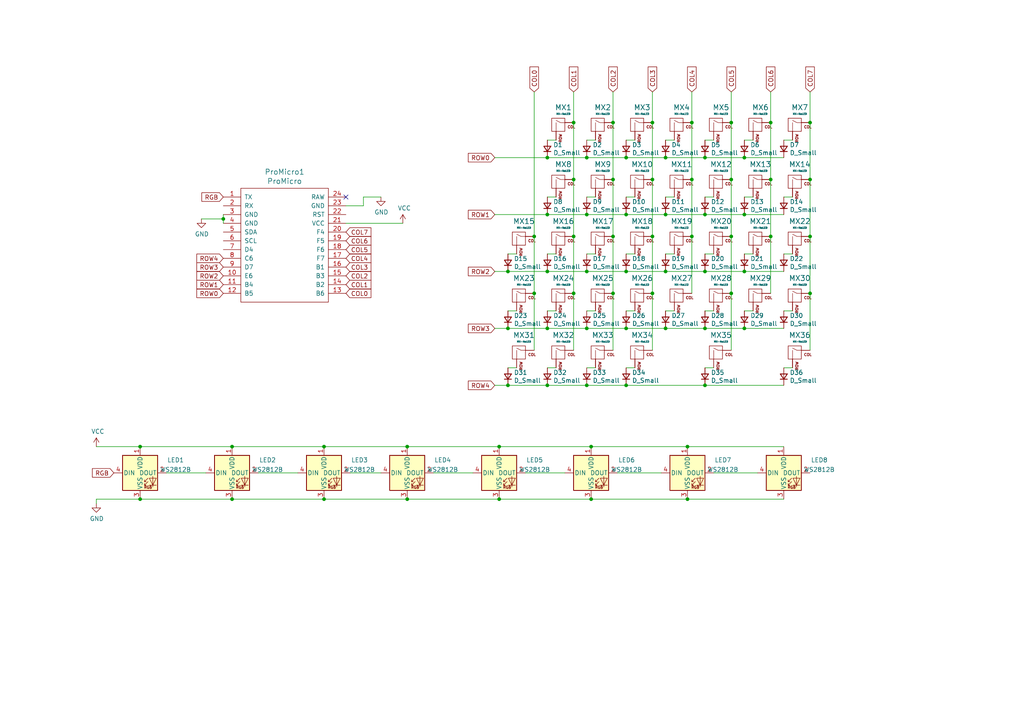
<source format=kicad_sch>
(kicad_sch (version 20211123) (generator eeschema)
  (paper "A4")
  (lib_symbols
    (symbol "Device:D_Small" (pin_numbers hide) (pin_names (offset 0.254) hide)
      (property "Reference" "D" (at -1.27 2.032 0))
      (property "Value" "D_Small" (at -3.81 -2.032 0))
      (symbol "D_Small_0_1"
        (polyline (pts (xy -0.762 -1.016) (xy -0.762 1.016)) (stroke (width 0.254)))
        (polyline (pts (xy -0.762 0) (xy 0.762 0)))
        (polyline (pts (xy 0.762 -1.016) (xy -0.762 0) (xy 0.762 1.016) (xy 0.762 -1.016)) (stroke (width 0.254)))
      )
      (symbol "D_Small_1_1"
        (pin passive line (at -2.54 0 0) (length 1.778) (name "K") (number "1"))
        (pin passive line (at 2.54 0 180) (length 1.778) (name "A") (number "2"))
      )
    )
    (symbol "LED:WS2812B" (pin_names (offset 0.254))
      (property "Reference" "D" (at 5.08 5.715 0))
      (property "Value" "WS2812B" (at 1.27 -5.715 0))
      (symbol "WS2812B_0_0"
        (text "RGB" (at 2.286 -4.191 0) (effects (font (size 0.762 0.762))))
      )
      (symbol "WS2812B_0_1"
        (polyline (pts (xy 1.27 -3.556) (xy 1.778 -3.556)))
        (polyline (pts (xy 1.27 -2.54) (xy 1.778 -2.54)))
        (polyline (pts (xy 4.699 -3.556) (xy 2.667 -3.556)))
        (polyline (pts (xy 2.286 -2.54) (xy 1.27 -3.556) (xy 1.27 -3.048)))
        (polyline (pts (xy 2.286 -1.524) (xy 1.27 -2.54) (xy 1.27 -2.032)))
        (polyline (pts (xy 3.683 -1.016) (xy 3.683 -3.556) (xy 3.683 -4.064)))
        (polyline (pts (xy 4.699 -1.524) (xy 2.667 -1.524) (xy 3.683 -3.556) (xy 4.699 -1.524)))
        (rectangle (start 5.08 5.08) (end -5.08 -5.08) (stroke (width 0.254)) (fill (type background)))
      )
      (symbol "WS2812B_1_1"
        (pin power_in line (at 0 7.62 270) (length 2.54) (name "VDD") (number "1"))
        (pin output line (at 7.62 0 180) (length 2.54) (name "DOUT") (number "2"))
        (pin power_in line (at 0 -7.62 90) (length 2.54) (name "VSS") (number "3"))
        (pin input line (at -7.62 0 0) (length 2.54) (name "DIN") (number "4"))
      )
    )
    (symbol "MX_Alps_Hybrid:MX-NoLED" (pin_names (offset 1.016))
      (property "Reference" "MX" (at -0.635 3.81 0))
      (property "Value" "MX-NoLED" (at -0.635 1.27 0))
      (symbol "MX-NoLED_0_0"
        (rectangle (start -2.54 2.54) (end 1.27 -1.27))
        (polyline (pts (xy -1.27 -1.27) (xy -1.27 1.27)) (stroke (width 0.127)))
        (polyline (pts (xy 1.27 1.27) (xy 0 1.27) (xy -1.27 1.905)) (stroke (width 0.127)))
        (text "COL" (at 3.175 0 0) (effects (font (size 0.762 0.762))))
        (text "ROW" (at 0 -1.905 900) (effects (font (size 0.762 0.762)) (justify right)))
      )
      (symbol "MX-NoLED_1_1"
        (pin passive line (at 3.81 1.27 180) (length 2.54) (name "COL") (number "1"))
        (pin passive line (at -1.27 -3.81 90) (length 2.54) (name "ROW") (number "2"))
      )
    )
    (symbol "power:GND" (power) (pin_names (offset 0))
      (property "Value" "GND" (at 0 -3.81 0))
      (symbol "GND_0_1"
        (polyline (pts (xy 0 0) (xy 0 -1.27) (xy 1.27 -1.27) (xy 0 -2.54) (xy -1.27 -1.27) (xy 0 -1.27)))
      )
      (symbol "GND_1_1"
        (pin power_in line (at 0 0 270) (length 0) hide (name "GND") (number "1"))
      )
    )
    (symbol "power:VCC" (power) (pin_names (offset 0))
      (property "Value" "VCC" (at 0 3.81 0))
      (symbol "VCC_0_1"
        (polyline (pts (xy -0.762 1.27) (xy 0 2.54)))
        (polyline (pts (xy 0 0) (xy 0 2.54)))
        (polyline (pts (xy 0 2.54) (xy 0.762 1.27)))
      )
      (symbol "VCC_1_1"
        (pin power_in line (at 0 0 90) (length 0) hide (name "VCC") (number "1"))
      )
    )
    (symbol "promicro:ProMicro" (pin_names (offset 1.016))
      (property "Reference" "U" (at 0 24.13 0))
      (property "Value" "ProMicro" (at 0 -13.97 0))
      (symbol "ProMicro_0_1"
        (rectangle (start -12.7 21.59) (end 12.7 -11.43))
      )
      (symbol "ProMicro_1_1"
        (pin bidirectional line (at -17.78 19.05 0) (length 5.08) (name "TX") (number "1"))
        (pin bidirectional line (at -17.78 -3.81 0) (length 5.08) (name "E6") (number "10"))
        (pin bidirectional line (at -17.78 -6.35 0) (length 5.08) (name "B4") (number "11"))
        (pin bidirectional line (at -17.78 -8.89 0) (length 5.08) (name "B5") (number "12"))
        (pin bidirectional line (at 17.78 -8.89 180) (length 5.08) (name "B6") (number "13"))
        (pin bidirectional line (at 17.78 -6.35 180) (length 5.08) (name "B2") (number "14"))
        (pin bidirectional line (at 17.78 -3.81 180) (length 5.08) (name "B3") (number "15"))
        (pin bidirectional line (at 17.78 -1.27 180) (length 5.08) (name "B1") (number "16"))
        (pin bidirectional line (at 17.78 1.27 180) (length 5.08) (name "F7") (number "17"))
        (pin bidirectional line (at 17.78 3.81 180) (length 5.08) (name "F6") (number "18"))
        (pin bidirectional line (at 17.78 6.35 180) (length 5.08) (name "F5") (number "19"))
        (pin bidirectional line (at -17.78 16.51 0) (length 5.08) (name "RX") (number "2"))
        (pin bidirectional line (at 17.78 8.89 180) (length 5.08) (name "F4") (number "20"))
        (pin power_in line (at 17.78 11.43 180) (length 5.08) (name "VCC") (number "21"))
        (pin input line (at 17.78 13.97 180) (length 5.08) (name "RST") (number "22"))
        (pin power_in line (at 17.78 16.51 180) (length 5.08) (name "GND") (number "23"))
        (pin power_out line (at 17.78 19.05 180) (length 5.08) (name "RAW") (number "24"))
        (pin power_in line (at -17.78 13.97 0) (length 5.08) (name "GND") (number "3"))
        (pin power_in line (at -17.78 11.43 0) (length 5.08) (name "GND") (number "4"))
        (pin bidirectional line (at -17.78 8.89 0) (length 5.08) (name "SDA") (number "5"))
        (pin bidirectional line (at -17.78 6.35 0) (length 5.08) (name "SCL") (number "6"))
        (pin bidirectional line (at -17.78 3.81 0) (length 5.08) (name "D4") (number "7"))
        (pin bidirectional line (at -17.78 1.27 0) (length 5.08) (name "C6") (number "8"))
        (pin bidirectional line (at -17.78 -1.27 0) (length 5.08) (name "D7") (number "9"))
      )
    )
  )
  (junction (at 64.77 63.5))
  (junction (at 170.18 62.23))
  (junction (at 158.75 78.74))
  (junction (at 170.18 45.72))
  (junction (at 204.47 111.76))
  (junction (at 200.66 68.58))
  (junction (at 215.9 78.74))
  (junction (at 223.52 35.56))
  (junction (at 234.95 52.07))
  (junction (at 170.18 95.25))
  (junction (at 166.37 35.56))
  (junction (at 181.61 62.23))
  (junction (at 158.75 62.23))
  (junction (at 144.78 129.54))
  (junction (at 223.52 52.07))
  (junction (at 40.64 129.54))
  (junction (at 181.61 45.72))
  (junction (at 118.11 144.78))
  (junction (at 204.47 78.74))
  (junction (at 204.47 62.23))
  (junction (at 171.45 144.78))
  (junction (at 158.75 45.72))
  (junction (at 204.47 95.25))
  (junction (at 181.61 78.74))
  (junction (at 177.8 52.07))
  (junction (at 147.32 111.76))
  (junction (at 166.37 68.58))
  (junction (at 193.04 62.23))
  (junction (at 158.75 111.76))
  (junction (at 118.11 129.54))
  (junction (at 200.66 52.07))
  (junction (at 212.09 68.58))
  (junction (at 212.09 52.07))
  (junction (at 193.04 45.72))
  (junction (at 181.61 95.25))
  (junction (at 177.8 85.09))
  (junction (at 170.18 78.74))
  (junction (at 177.8 35.56))
  (junction (at 93.98 144.78))
  (junction (at 67.31 129.54))
  (junction (at 147.32 78.74))
  (junction (at 171.45 129.54))
  (junction (at 189.23 52.07))
  (junction (at 181.61 111.76))
  (junction (at 40.64 144.78))
  (junction (at 144.78 144.78))
  (junction (at 215.9 62.23))
  (junction (at 234.95 35.56))
  (junction (at 200.66 35.56))
  (junction (at 93.98 129.54))
  (junction (at 166.37 85.09))
  (junction (at 215.9 45.72))
  (junction (at 189.23 35.56))
  (junction (at 67.31 144.78))
  (junction (at 223.52 68.58))
  (junction (at 177.8 68.58))
  (junction (at 154.94 85.09))
  (junction (at 199.39 144.78))
  (junction (at 234.95 68.58))
  (junction (at 147.32 95.25))
  (junction (at 215.9 95.25))
  (junction (at 154.94 68.58))
  (junction (at 158.75 95.25))
  (junction (at 234.95 85.09))
  (junction (at 199.39 129.54))
  (junction (at 204.47 45.72))
  (junction (at 189.23 85.09))
  (junction (at 193.04 95.25))
  (junction (at 170.18 111.76))
  (junction (at 189.23 68.58))
  (junction (at 212.09 85.09))
  (junction (at 193.04 78.74))
  (junction (at 166.37 52.07))
  (junction (at 212.09 35.56))
  (no_connect (at 100.33 57.15))
  (wire (pts (xy 166.37 52.07) (xy 166.37 35.56)))
  (wire (pts (xy 170.18 40.64) (xy 172.72 40.64)))
  (wire (pts (xy 200.66 68.58) (xy 200.66 52.07)))
  (wire (pts (xy 181.61 111.76) (xy 170.18 111.76)))
  (wire (pts (xy 147.32 73.66) (xy 149.86 73.66)))
  (wire (pts (xy 144.78 144.78) (xy 118.11 144.78)))
  (wire (pts (xy 27.94 144.78) (xy 27.94 146.05)))
  (wire (pts (xy 189.23 85.09) (xy 189.23 68.58)))
  (wire (pts (xy 204.47 90.17) (xy 207.01 90.17)))
  (wire (pts (xy 199.39 144.78) (xy 171.45 144.78)))
  (wire (pts (xy 234.95 52.07) (xy 234.95 35.56)))
  (wire (pts (xy 193.04 95.25) (xy 181.61 95.25)))
  (wire (pts (xy 100.33 59.69) (xy 105.41 59.69)))
  (wire (pts (xy 227.33 90.17) (xy 229.87 90.17)))
  (wire (pts (xy 204.47 111.76) (xy 181.61 111.76)))
  (wire (pts (xy 125.73 137.16) (xy 137.16 137.16)))
  (wire (pts (xy 204.47 106.68) (xy 207.01 106.68)))
  (wire (pts (xy 204.47 78.74) (xy 193.04 78.74)))
  (wire (pts (xy 227.33 111.76) (xy 204.47 111.76)))
  (wire (pts (xy 158.75 95.25) (xy 147.32 95.25)))
  (wire (pts (xy 171.45 129.54) (xy 199.39 129.54)))
  (wire (pts (xy 223.52 35.56) (xy 223.52 26.67)))
  (wire (pts (xy 215.9 90.17) (xy 218.44 90.17)))
  (wire (pts (xy 215.9 95.25) (xy 204.47 95.25)))
  (wire (pts (xy 166.37 101.6) (xy 166.37 85.09)))
  (wire (pts (xy 212.09 101.6) (xy 212.09 85.09)))
  (wire (pts (xy 227.33 78.74) (xy 215.9 78.74)))
  (wire (pts (xy 189.23 52.07) (xy 189.23 35.56)))
  (wire (pts (xy 170.18 106.68) (xy 172.72 106.68)))
  (wire (pts (xy 170.18 45.72) (xy 158.75 45.72)))
  (wire (pts (xy 181.61 106.68) (xy 184.15 106.68)))
  (wire (pts (xy 93.98 144.78) (xy 67.31 144.78)))
  (wire (pts (xy 147.32 90.17) (xy 149.86 90.17)))
  (wire (pts (xy 215.9 57.15) (xy 218.44 57.15)))
  (wire (pts (xy 170.18 90.17) (xy 172.72 90.17)))
  (wire (pts (xy 170.18 95.25) (xy 158.75 95.25)))
  (wire (pts (xy 189.23 101.6) (xy 189.23 85.09)))
  (wire (pts (xy 212.09 85.09) (xy 212.09 68.58)))
  (wire (pts (xy 105.41 57.15) (xy 110.49 57.15)))
  (wire (pts (xy 200.66 35.56) (xy 200.66 26.67)))
  (wire (pts (xy 166.37 68.58) (xy 166.37 52.07)))
  (wire (pts (xy 166.37 35.56) (xy 166.37 26.67)))
  (wire (pts (xy 181.61 57.15) (xy 184.15 57.15)))
  (wire (pts (xy 204.47 40.64) (xy 207.01 40.64)))
  (wire (pts (xy 234.95 35.56) (xy 234.95 26.67)))
  (wire (pts (xy 64.77 62.23) (xy 64.77 63.5)))
  (wire (pts (xy 204.47 95.25) (xy 193.04 95.25)))
  (wire (pts (xy 158.75 45.72) (xy 143.51 45.72)))
  (wire (pts (xy 177.8 85.09) (xy 177.8 68.58)))
  (wire (pts (xy 215.9 73.66) (xy 218.44 73.66)))
  (wire (pts (xy 67.31 144.78) (xy 40.64 144.78)))
  (wire (pts (xy 147.32 106.68) (xy 149.86 106.68)))
  (wire (pts (xy 93.98 129.54) (xy 118.11 129.54)))
  (wire (pts (xy 154.94 101.6) (xy 154.94 85.09)))
  (wire (pts (xy 105.41 59.69) (xy 105.41 57.15)))
  (wire (pts (xy 154.94 68.58) (xy 154.94 26.67)))
  (wire (pts (xy 64.77 63.5) (xy 64.77 64.77)))
  (wire (pts (xy 171.45 144.78) (xy 144.78 144.78)))
  (wire (pts (xy 215.9 62.23) (xy 204.47 62.23)))
  (wire (pts (xy 158.75 73.66) (xy 161.29 73.66)))
  (wire (pts (xy 193.04 57.15) (xy 195.58 57.15)))
  (wire (pts (xy 177.8 52.07) (xy 177.8 35.56)))
  (wire (pts (xy 189.23 68.58) (xy 189.23 52.07)))
  (wire (pts (xy 177.8 101.6) (xy 177.8 85.09)))
  (wire (pts (xy 223.52 68.58) (xy 223.52 52.07)))
  (wire (pts (xy 101.6 137.16) (xy 110.49 137.16)))
  (wire (pts (xy 158.75 90.17) (xy 161.29 90.17)))
  (wire (pts (xy 193.04 62.23) (xy 181.61 62.23)))
  (wire (pts (xy 147.32 95.25) (xy 143.51 95.25)))
  (wire (pts (xy 170.18 73.66) (xy 172.72 73.66)))
  (wire (pts (xy 74.93 137.16) (xy 86.36 137.16)))
  (wire (pts (xy 170.18 57.15) (xy 172.72 57.15)))
  (wire (pts (xy 234.95 68.58) (xy 234.95 52.07)))
  (wire (pts (xy 227.33 62.23) (xy 215.9 62.23)))
  (wire (pts (xy 158.75 40.64) (xy 161.29 40.64)))
  (wire (pts (xy 193.04 90.17) (xy 195.58 90.17)))
  (wire (pts (xy 207.01 137.16) (xy 219.71 137.16)))
  (wire (pts (xy 177.8 68.58) (xy 177.8 52.07)))
  (wire (pts (xy 158.75 62.23) (xy 143.51 62.23)))
  (wire (pts (xy 193.04 40.64) (xy 195.58 40.64)))
  (wire (pts (xy 204.47 57.15) (xy 207.01 57.15)))
  (wire (pts (xy 215.9 78.74) (xy 204.47 78.74)))
  (wire (pts (xy 227.33 57.15) (xy 229.87 57.15)))
  (wire (pts (xy 181.61 90.17) (xy 184.15 90.17)))
  (wire (pts (xy 181.61 45.72) (xy 170.18 45.72)))
  (wire (pts (xy 40.64 144.78) (xy 27.94 144.78)))
  (wire (pts (xy 67.31 129.54) (xy 93.98 129.54)))
  (wire (pts (xy 223.52 85.09) (xy 223.52 68.58)))
  (wire (pts (xy 193.04 78.74) (xy 181.61 78.74)))
  (wire (pts (xy 147.32 78.74) (xy 143.51 78.74)))
  (wire (pts (xy 212.09 68.58) (xy 212.09 52.07)))
  (wire (pts (xy 40.64 129.54) (xy 67.31 129.54)))
  (wire (pts (xy 193.04 45.72) (xy 181.61 45.72)))
  (wire (pts (xy 147.32 111.76) (xy 143.51 111.76)))
  (wire (pts (xy 223.52 52.07) (xy 223.52 35.56)))
  (wire (pts (xy 170.18 78.74) (xy 158.75 78.74)))
  (wire (pts (xy 154.94 85.09) (xy 154.94 68.58)))
  (wire (pts (xy 170.18 111.76) (xy 158.75 111.76)))
  (wire (pts (xy 215.9 40.64) (xy 218.44 40.64)))
  (wire (pts (xy 234.95 101.6) (xy 234.95 85.09)))
  (wire (pts (xy 158.75 57.15) (xy 161.29 57.15)))
  (wire (pts (xy 100.33 64.77) (xy 116.84 64.77)))
  (wire (pts (xy 227.33 106.68) (xy 229.87 106.68)))
  (wire (pts (xy 64.77 63.5) (xy 58.42 63.5)))
  (wire (pts (xy 215.9 45.72) (xy 204.47 45.72)))
  (wire (pts (xy 227.33 144.78) (xy 199.39 144.78)))
  (wire (pts (xy 181.61 73.66) (xy 184.15 73.66)))
  (wire (pts (xy 158.75 111.76) (xy 147.32 111.76)))
  (wire (pts (xy 189.23 35.56) (xy 189.23 26.67)))
  (wire (pts (xy 227.33 73.66) (xy 229.87 73.66)))
  (wire (pts (xy 118.11 129.54) (xy 144.78 129.54)))
  (wire (pts (xy 227.33 40.64) (xy 229.87 40.64)))
  (wire (pts (xy 170.18 62.23) (xy 158.75 62.23)))
  (wire (pts (xy 212.09 35.56) (xy 212.09 26.67)))
  (wire (pts (xy 234.95 85.09) (xy 234.95 68.58)))
  (wire (pts (xy 144.78 129.54) (xy 171.45 129.54)))
  (wire (pts (xy 227.33 45.72) (xy 215.9 45.72)))
  (wire (pts (xy 193.04 73.66) (xy 195.58 73.66)))
  (wire (pts (xy 200.66 85.09) (xy 200.66 68.58)))
  (wire (pts (xy 158.75 78.74) (xy 147.32 78.74)))
  (wire (pts (xy 179.07 137.16) (xy 191.77 137.16)))
  (wire (pts (xy 204.47 73.66) (xy 207.01 73.66)))
  (wire (pts (xy 27.94 129.54) (xy 40.64 129.54)))
  (wire (pts (xy 212.09 52.07) (xy 212.09 35.56)))
  (wire (pts (xy 200.66 52.07) (xy 200.66 35.56)))
  (wire (pts (xy 181.61 78.74) (xy 170.18 78.74)))
  (wire (pts (xy 227.33 95.25) (xy 215.9 95.25)))
  (wire (pts (xy 204.47 62.23) (xy 193.04 62.23)))
  (wire (pts (xy 158.75 106.68) (xy 161.29 106.68)))
  (wire (pts (xy 152.4 137.16) (xy 163.83 137.16)))
  (wire (pts (xy 181.61 62.23) (xy 170.18 62.23)))
  (wire (pts (xy 177.8 35.56) (xy 177.8 26.67)))
  (wire (pts (xy 48.26 137.16) (xy 59.69 137.16)))
  (wire (pts (xy 118.11 144.78) (xy 93.98 144.78)))
  (wire (pts (xy 181.61 95.25) (xy 170.18 95.25)))
  (wire (pts (xy 199.39 129.54) (xy 227.33 129.54)))
  (wire (pts (xy 181.61 40.64) (xy 184.15 40.64)))
  (wire (pts (xy 204.47 45.72) (xy 193.04 45.72)))
  (wire (pts (xy 166.37 85.09) (xy 166.37 68.58)))
  (global_label "COL2" (shape input) (at 177.8 26.67 90) (property "Intersheet References" "${INTERSHEET_REFS}" (effects hide)))
  (global_label "RGB" (shape input) (at 64.77 57.15 180) (property "Intersheet References" "${INTERSHEET_REFS}" (effects hide)))
  (global_label "COL0" (shape input) (at 154.94 26.67 90) (property "Intersheet References" "${INTERSHEET_REFS}" (effects hide)))
  (global_label "ROW3" (shape input) (at 143.51 95.25 180) (property "Intersheet References" "${INTERSHEET_REFS}" (effects hide)))
  (global_label "ROW4" (shape input) (at 64.77 74.93 180) (property "Intersheet References" "${INTERSHEET_REFS}" (effects hide)))
  (global_label "COL6" (shape input) (at 223.52 26.67 90) (property "Intersheet References" "${INTERSHEET_REFS}" (effects hide)))
  (global_label "COL7" (shape input) (at 100.33 67.31 0) (property "Intersheet References" "${INTERSHEET_REFS}" (effects hide)))
  (global_label "COL4" (shape input) (at 200.66 26.67 90) (property "Intersheet References" "${INTERSHEET_REFS}" (effects hide)))
  (global_label "ROW4" (shape input) (at 143.51 111.76 180) (property "Intersheet References" "${INTERSHEET_REFS}" (effects hide)))
  (global_label "COL4" (shape input) (at 100.33 74.93 0) (property "Intersheet References" "${INTERSHEET_REFS}" (effects hide)))
  (global_label "ROW1" (shape input) (at 64.77 82.55 180) (property "Intersheet References" "${INTERSHEET_REFS}" (effects hide)))
  (global_label "RGB" (shape input) (at 33.02 137.16 180) (property "Intersheet References" "${INTERSHEET_REFS}" (effects hide)))
  (global_label "COL1" (shape input) (at 100.33 82.55 0) (property "Intersheet References" "${INTERSHEET_REFS}" (effects hide)))
  (global_label "ROW1" (shape input) (at 143.51 62.23 180) (property "Intersheet References" "${INTERSHEET_REFS}" (effects hide)))
  (global_label "COL3" (shape input) (at 100.33 77.47 0) (property "Intersheet References" "${INTERSHEET_REFS}" (effects hide)))
  (global_label "COL5" (shape input) (at 212.09 26.67 90) (property "Intersheet References" "${INTERSHEET_REFS}" (effects hide)))
  (global_label "ROW3" (shape input) (at 64.77 77.47 180) (property "Intersheet References" "${INTERSHEET_REFS}" (effects hide)))
  (global_label "ROW0" (shape input) (at 143.51 45.72 180) (property "Intersheet References" "${INTERSHEET_REFS}" (effects hide)))
  (global_label "COL7" (shape input) (at 234.95 26.67 90) (property "Intersheet References" "${INTERSHEET_REFS}" (effects hide)))
  (global_label "COL3" (shape input) (at 189.23 26.67 90) (property "Intersheet References" "${INTERSHEET_REFS}" (effects hide)))
  (global_label "COL1" (shape input) (at 166.37 26.67 90) (property "Intersheet References" "${INTERSHEET_REFS}" (effects hide)))
  (global_label "COL2" (shape input) (at 100.33 80.01 0) (property "Intersheet References" "${INTERSHEET_REFS}" (effects hide)))
  (global_label "COL0" (shape input) (at 100.33 85.09 0) (property "Intersheet References" "${INTERSHEET_REFS}" (effects hide)))
  (global_label "ROW0" (shape input) (at 64.77 85.09 180) (property "Intersheet References" "${INTERSHEET_REFS}" (effects hide)))
  (global_label "COL6" (shape input) (at 100.33 69.85 0) (property "Intersheet References" "${INTERSHEET_REFS}" (effects hide)))
  (global_label "ROW2" (shape input) (at 64.77 80.01 180) (property "Intersheet References" "${INTERSHEET_REFS}" (effects hide)))
  (global_label "ROW2" (shape input) (at 143.51 78.74 180) (property "Intersheet References" "${INTERSHEET_REFS}" (effects hide)))
  (global_label "COL5" (shape input) (at 100.33 72.39 0) (property "Intersheet References" "${INTERSHEET_REFS}" (effects hide)))
  (symbol (lib_id "power:VCC") (at 116.84 64.77 0) (unit 1)
    (property "Reference" "#PWR03" (effects hide))
    (property "Value" "VCC" (at 117.2718 60.3758 0))
  )
  (symbol (lib_id "power:GND") (at 110.49 57.15 0) (unit 1)
    (property "Reference" "#PWR01" (effects hide))
    (property "Value" "GND" (at 110.617 61.5442 0))
  )
  (symbol (lib_id "power:GND") (at 58.42 63.5 0) (unit 1)
    (property "Reference" "#PWR02" (effects hide))
    (property "Value" "GND" (at 58.547 67.8942 0))
  )
  (symbol (lib_id "MX_Alps_Hybrid:MX-NoLED") (at 151.13 69.85 0) (unit 1)
    (property "Reference" "MX15" (at 151.9682 64.1858 0) (effects (font (size 1.524 1.524))))
    (property "Value" "MX-NoLED" (at 151.9682 66.0654 0) (effects (font (size 0.508 0.508))))
    (property "Footprint" "MX_Only:MXOnly-1U-Reversible-NoLED" (effects hide))
  )
  (symbol (lib_id "Device:D_Small") (at 147.32 76.2 90) (unit 1)
    (property "Reference" "D15" (at 149.0472 75.0316 90) (effects (justify right)))
    (property "Value" "D_Small" (at 149.0472 77.343 90) (effects (justify right)))
    (property "Footprint" "Diode_THT:D_DO-35_SOD27_P7.62mm_Horizontal_Reversible" (effects hide))
  )
  (symbol (lib_id "MX_Alps_Hybrid:MX-NoLED") (at 162.56 36.83 0) (unit 1)
    (property "Reference" "MX1" (at 163.3982 31.1658 0) (effects (font (size 1.524 1.524))))
    (property "Value" "MX-NoLED" (at 163.3982 33.0454 0) (effects (font (size 0.508 0.508))))
    (property "Footprint" "MX_Only:MXOnly-1.25U-Reversible-NoLED" (effects hide))
  )
  (symbol (lib_id "Device:D_Small") (at 158.75 43.18 90) (unit 1)
    (property "Reference" "D1" (at 160.4772 42.0116 90) (effects (justify right)))
    (property "Value" "D_Small" (at 160.4772 44.323 90) (effects (justify right)))
    (property "Footprint" "Diode_THT:D_DO-35_SOD27_P7.62mm_Horizontal_Reversible" (effects hide))
  )
  (symbol (lib_id "MX_Alps_Hybrid:MX-NoLED") (at 173.99 36.83 0) (unit 1)
    (property "Reference" "MX2" (at 174.8282 31.1658 0) (effects (font (size 1.524 1.524))))
    (property "Value" "MX-NoLED" (at 174.8282 33.0454 0) (effects (font (size 0.508 0.508))))
    (property "Footprint" "MX_Only:MXOnly-1U-Reversible-NoLED" (effects hide))
  )
  (symbol (lib_id "Device:D_Small") (at 170.18 43.18 90) (unit 1)
    (property "Reference" "D2" (at 171.9072 42.0116 90) (effects (justify right)))
    (property "Value" "D_Small" (at 171.9072 44.323 90) (effects (justify right)))
    (property "Footprint" "Diode_THT:D_DO-35_SOD27_P7.62mm_Horizontal_Reversible" (effects hide))
  )
  (symbol (lib_id "MX_Alps_Hybrid:MX-NoLED") (at 185.42 36.83 0) (unit 1)
    (property "Reference" "MX3" (at 186.2582 31.1658 0) (effects (font (size 1.524 1.524))))
    (property "Value" "MX-NoLED" (at 186.2582 33.0454 0) (effects (font (size 0.508 0.508))))
    (property "Footprint" "MX_Only:MXOnly-1U-Reversible-NoLED" (effects hide))
  )
  (symbol (lib_id "Device:D_Small") (at 181.61 43.18 90) (unit 1)
    (property "Reference" "D3" (at 183.3372 42.0116 90) (effects (justify right)))
    (property "Value" "D_Small" (at 183.3372 44.323 90) (effects (justify right)))
    (property "Footprint" "Diode_THT:D_DO-35_SOD27_P7.62mm_Horizontal_Reversible" (effects hide))
  )
  (symbol (lib_id "MX_Alps_Hybrid:MX-NoLED") (at 196.85 36.83 0) (unit 1)
    (property "Reference" "MX4" (at 197.6882 31.1658 0) (effects (font (size 1.524 1.524))))
    (property "Value" "MX-NoLED" (at 197.6882 33.0454 0) (effects (font (size 0.508 0.508))))
    (property "Footprint" "MX_Only:MXOnly-1U-Reversible-NoLED" (effects hide))
  )
  (symbol (lib_id "Device:D_Small") (at 193.04 43.18 90) (unit 1)
    (property "Reference" "D4" (at 194.7672 42.0116 90) (effects (justify right)))
    (property "Value" "D_Small" (at 194.7672 44.323 90) (effects (justify right)))
    (property "Footprint" "Diode_THT:D_DO-35_SOD27_P7.62mm_Horizontal_Reversible" (effects hide))
  )
  (symbol (lib_id "MX_Alps_Hybrid:MX-NoLED") (at 208.28 36.83 0) (unit 1)
    (property "Reference" "MX5" (at 209.1182 31.1658 0) (effects (font (size 1.524 1.524))))
    (property "Value" "MX-NoLED" (at 209.1182 33.0454 0) (effects (font (size 0.508 0.508))))
    (property "Footprint" "MX_Only:MXOnly-1U-Reversible-NoLED" (effects hide))
  )
  (symbol (lib_id "Device:D_Small") (at 204.47 43.18 90) (unit 1)
    (property "Reference" "D5" (at 206.1972 42.0116 90) (effects (justify right)))
    (property "Value" "D_Small" (at 206.1972 44.323 90) (effects (justify right)))
    (property "Footprint" "Diode_THT:D_DO-35_SOD27_P7.62mm_Horizontal_Reversible" (effects hide))
  )
  (symbol (lib_id "MX_Alps_Hybrid:MX-NoLED") (at 219.71 36.83 0) (unit 1)
    (property "Reference" "MX6" (at 220.5482 31.1658 0) (effects (font (size 1.524 1.524))))
    (property "Value" "MX-NoLED" (at 220.5482 33.0454 0) (effects (font (size 0.508 0.508))))
    (property "Footprint" "MX_Only:MXOnly-1U-Reversible-NoLED" (effects hide))
  )
  (symbol (lib_id "Device:D_Small") (at 215.9 43.18 90) (unit 1)
    (property "Reference" "D6" (at 217.6272 42.0116 90) (effects (justify right)))
    (property "Value" "D_Small" (at 217.6272 44.323 90) (effects (justify right)))
    (property "Footprint" "Diode_THT:D_DO-35_SOD27_P7.62mm_Horizontal_Reversible" (effects hide))
  )
  (symbol (lib_id "MX_Alps_Hybrid:MX-NoLED") (at 231.14 36.83 0) (unit 1)
    (property "Reference" "MX7" (at 231.9782 31.1658 0) (effects (font (size 1.524 1.524))))
    (property "Value" "MX-NoLED" (at 231.9782 33.0454 0) (effects (font (size 0.508 0.508))))
    (property "Footprint" "MX_Only:MXOnly-1U-Reversible-NoLED" (effects hide))
  )
  (symbol (lib_id "Device:D_Small") (at 227.33 43.18 90) (unit 1)
    (property "Reference" "D7" (at 229.0572 42.0116 90) (effects (justify right)))
    (property "Value" "D_Small" (at 229.0572 44.323 90) (effects (justify right)))
    (property "Footprint" "Diode_THT:D_DO-35_SOD27_P7.62mm_Horizontal_Reversible" (effects hide))
  )
  (symbol (lib_id "MX_Alps_Hybrid:MX-NoLED") (at 162.56 53.34 0) (unit 1)
    (property "Reference" "MX8" (at 163.3982 47.6758 0) (effects (font (size 1.524 1.524))))
    (property "Value" "MX-NoLED" (at 163.3982 49.5554 0) (effects (font (size 0.508 0.508))))
    (property "Footprint" "MX_Only:MXOnly-1.25U-Reversible-NoLED" (effects hide))
  )
  (symbol (lib_id "Device:D_Small") (at 158.75 59.69 90) (unit 1)
    (property "Reference" "D8" (at 160.4772 58.5216 90) (effects (justify right)))
    (property "Value" "D_Small" (at 160.4772 60.833 90) (effects (justify right)))
    (property "Footprint" "Diode_THT:D_DO-35_SOD27_P7.62mm_Horizontal_Reversible" (effects hide))
  )
  (symbol (lib_id "MX_Alps_Hybrid:MX-NoLED") (at 173.99 53.34 0) (unit 1)
    (property "Reference" "MX9" (at 174.8282 47.6758 0) (effects (font (size 1.524 1.524))))
    (property "Value" "MX-NoLED" (at 174.8282 49.5554 0) (effects (font (size 0.508 0.508))))
    (property "Footprint" "MX_Only:MXOnly-1U-Reversible-NoLED" (effects hide))
  )
  (symbol (lib_id "Device:D_Small") (at 170.18 59.69 90) (unit 1)
    (property "Reference" "D9" (at 171.9072 58.5216 90) (effects (justify right)))
    (property "Value" "D_Small" (at 171.9072 60.833 90) (effects (justify right)))
    (property "Footprint" "Diode_THT:D_DO-35_SOD27_P7.62mm_Horizontal_Reversible" (effects hide))
  )
  (symbol (lib_id "MX_Alps_Hybrid:MX-NoLED") (at 185.42 53.34 0) (unit 1)
    (property "Reference" "MX10" (at 186.2582 47.6758 0) (effects (font (size 1.524 1.524))))
    (property "Value" "MX-NoLED" (at 186.2582 49.5554 0) (effects (font (size 0.508 0.508))))
    (property "Footprint" "MX_Only:MXOnly-1U-Reversible-NoLED" (effects hide))
  )
  (symbol (lib_id "Device:D_Small") (at 181.61 59.69 90) (unit 1)
    (property "Reference" "D10" (at 183.3372 58.5216 90) (effects (justify right)))
    (property "Value" "D_Small" (at 183.3372 60.833 90) (effects (justify right)))
    (property "Footprint" "Diode_THT:D_DO-35_SOD27_P7.62mm_Horizontal_Reversible" (effects hide))
  )
  (symbol (lib_id "MX_Alps_Hybrid:MX-NoLED") (at 196.85 53.34 0) (unit 1)
    (property "Reference" "MX11" (at 197.6882 47.6758 0) (effects (font (size 1.524 1.524))))
    (property "Value" "MX-NoLED" (at 197.6882 49.5554 0) (effects (font (size 0.508 0.508))))
    (property "Footprint" "MX_Only:MXOnly-1U-Reversible-NoLED" (effects hide))
  )
  (symbol (lib_id "Device:D_Small") (at 193.04 59.69 90) (unit 1)
    (property "Reference" "D11" (at 194.7672 58.5216 90) (effects (justify right)))
    (property "Value" "D_Small" (at 194.7672 60.833 90) (effects (justify right)))
    (property "Footprint" "Diode_THT:D_DO-35_SOD27_P7.62mm_Horizontal_Reversible" (effects hide))
  )
  (symbol (lib_id "MX_Alps_Hybrid:MX-NoLED") (at 208.28 53.34 0) (unit 1)
    (property "Reference" "MX12" (at 209.1182 47.6758 0) (effects (font (size 1.524 1.524))))
    (property "Value" "MX-NoLED" (at 209.1182 49.5554 0) (effects (font (size 0.508 0.508))))
    (property "Footprint" "MX_Only:MXOnly-1U-Reversible-NoLED" (effects hide))
  )
  (symbol (lib_id "Device:D_Small") (at 204.47 59.69 90) (unit 1)
    (property "Reference" "D12" (at 206.1972 58.5216 90) (effects (justify right)))
    (property "Value" "D_Small" (at 206.1972 60.833 90) (effects (justify right)))
    (property "Footprint" "Diode_THT:D_DO-35_SOD27_P7.62mm_Horizontal_Reversible" (effects hide))
  )
  (symbol (lib_id "MX_Alps_Hybrid:MX-NoLED") (at 219.71 53.34 0) (unit 1)
    (property "Reference" "MX13" (at 220.5482 47.6758 0) (effects (font (size 1.524 1.524))))
    (property "Value" "MX-NoLED" (at 220.5482 49.5554 0) (effects (font (size 0.508 0.508))))
    (property "Footprint" "MX_Only:MXOnly-1U-Reversible-NoLED" (effects hide))
  )
  (symbol (lib_id "Device:D_Small") (at 215.9 59.69 90) (unit 1)
    (property "Reference" "D13" (at 217.6272 58.5216 90) (effects (justify right)))
    (property "Value" "D_Small" (at 217.6272 60.833 90) (effects (justify right)))
    (property "Footprint" "Diode_THT:D_DO-35_SOD27_P7.62mm_Horizontal_Reversible" (effects hide))
  )
  (symbol (lib_id "MX_Alps_Hybrid:MX-NoLED") (at 231.14 53.34 0) (unit 1)
    (property "Reference" "MX14" (at 231.9782 47.6758 0) (effects (font (size 1.524 1.524))))
    (property "Value" "MX-NoLED" (at 231.9782 49.5554 0) (effects (font (size 0.508 0.508))))
    (property "Footprint" "MX_Only:MXOnly-1U-Reversible-NoLED" (effects hide))
  )
  (symbol (lib_id "Device:D_Small") (at 227.33 59.69 90) (unit 1)
    (property "Reference" "D14" (at 229.0572 58.5216 90) (effects (justify right)))
    (property "Value" "D_Small" (at 229.0572 60.833 90) (effects (justify right)))
    (property "Footprint" "Diode_THT:D_DO-35_SOD27_P7.62mm_Horizontal_Reversible" (effects hide))
  )
  (symbol (lib_id "promicro:ProMicro") (at 82.55 76.2 0) (unit 1)
    (property "Reference" "ProMicro1" (at 82.55 49.8602 0) (effects (font (size 1.524 1.524))))
    (property "Value" "ProMicro" (at 82.55 52.5526 0) (effects (font (size 1.524 1.524))))
    (property "Footprint" "promicro:ProMicro" (effects hide))
  )
  (symbol (lib_id "MX_Alps_Hybrid:MX-NoLED") (at 162.56 69.85 0) (unit 1)
    (property "Reference" "MX16" (at 163.3982 64.1858 0) (effects (font (size 1.524 1.524))))
    (property "Value" "MX-NoLED" (at 163.3982 66.0654 0) (effects (font (size 0.508 0.508))))
    (property "Footprint" "MX_Only:MXOnly-1.25U-Reversible-NoLED" (effects hide))
  )
  (symbol (lib_id "Device:D_Small") (at 158.75 76.2 90) (unit 1)
    (property "Reference" "D16" (at 160.4772 75.0316 90) (effects (justify right)))
    (property "Value" "D_Small" (at 160.4772 77.343 90) (effects (justify right)))
    (property "Footprint" "Diode_THT:D_DO-35_SOD27_P7.62mm_Horizontal_Reversible" (effects hide))
  )
  (symbol (lib_id "MX_Alps_Hybrid:MX-NoLED") (at 173.99 69.85 0) (unit 1)
    (property "Reference" "MX17" (at 174.8282 64.1858 0) (effects (font (size 1.524 1.524))))
    (property "Value" "MX-NoLED" (at 174.8282 66.0654 0) (effects (font (size 0.508 0.508))))
    (property "Footprint" "MX_Only:MXOnly-1U-Reversible-NoLED" (effects hide))
  )
  (symbol (lib_id "Device:D_Small") (at 170.18 76.2 90) (unit 1)
    (property "Reference" "D17" (at 171.9072 75.0316 90) (effects (justify right)))
    (property "Value" "D_Small" (at 171.9072 77.343 90) (effects (justify right)))
    (property "Footprint" "Diode_THT:D_DO-35_SOD27_P7.62mm_Horizontal_Reversible" (effects hide))
  )
  (symbol (lib_id "MX_Alps_Hybrid:MX-NoLED") (at 185.42 69.85 0) (unit 1)
    (property "Reference" "MX18" (at 186.2582 64.1858 0) (effects (font (size 1.524 1.524))))
    (property "Value" "MX-NoLED" (at 186.2582 66.0654 0) (effects (font (size 0.508 0.508))))
    (property "Footprint" "MX_Only:MXOnly-1U-Reversible-NoLED" (effects hide))
  )
  (symbol (lib_id "Device:D_Small") (at 181.61 76.2 90) (unit 1)
    (property "Reference" "D18" (at 183.3372 75.0316 90) (effects (justify right)))
    (property "Value" "D_Small" (at 183.3372 77.343 90) (effects (justify right)))
    (property "Footprint" "Diode_THT:D_DO-35_SOD27_P7.62mm_Horizontal_Reversible" (effects hide))
  )
  (symbol (lib_id "MX_Alps_Hybrid:MX-NoLED") (at 196.85 69.85 0) (unit 1)
    (property "Reference" "MX19" (at 197.6882 64.1858 0) (effects (font (size 1.524 1.524))))
    (property "Value" "MX-NoLED" (at 197.6882 66.0654 0) (effects (font (size 0.508 0.508))))
    (property "Footprint" "MX_Only:MXOnly-1U-Reversible-NoLED" (effects hide))
  )
  (symbol (lib_id "Device:D_Small") (at 193.04 76.2 90) (unit 1)
    (property "Reference" "D19" (at 194.7672 75.0316 90) (effects (justify right)))
    (property "Value" "D_Small" (at 194.7672 77.343 90) (effects (justify right)))
    (property "Footprint" "Diode_THT:D_DO-35_SOD27_P7.62mm_Horizontal_Reversible" (effects hide))
  )
  (symbol (lib_id "MX_Alps_Hybrid:MX-NoLED") (at 208.28 69.85 0) (unit 1)
    (property "Reference" "MX20" (at 209.1182 64.1858 0) (effects (font (size 1.524 1.524))))
    (property "Value" "MX-NoLED" (at 209.1182 66.0654 0) (effects (font (size 0.508 0.508))))
    (property "Footprint" "MX_Only:MXOnly-1U-Reversible-NoLED" (effects hide))
  )
  (symbol (lib_id "Device:D_Small") (at 204.47 76.2 90) (unit 1)
    (property "Reference" "D20" (at 206.1972 75.0316 90) (effects (justify right)))
    (property "Value" "D_Small" (at 206.1972 77.343 90) (effects (justify right)))
    (property "Footprint" "Diode_THT:D_DO-35_SOD27_P7.62mm_Horizontal_Reversible" (effects hide))
  )
  (symbol (lib_id "MX_Alps_Hybrid:MX-NoLED") (at 219.71 69.85 0) (unit 1)
    (property "Reference" "MX21" (at 220.5482 64.1858 0) (effects (font (size 1.524 1.524))))
    (property "Value" "MX-NoLED" (at 220.5482 66.0654 0) (effects (font (size 0.508 0.508))))
    (property "Footprint" "MX_Only:MXOnly-1U-Reversible-NoLED" (effects hide))
  )
  (symbol (lib_id "Device:D_Small") (at 215.9 76.2 90) (unit 1)
    (property "Reference" "D21" (at 217.6272 75.0316 90) (effects (justify right)))
    (property "Value" "D_Small" (at 217.6272 77.343 90) (effects (justify right)))
    (property "Footprint" "Diode_THT:D_DO-35_SOD27_P7.62mm_Horizontal_Reversible" (effects hide))
  )
  (symbol (lib_id "MX_Alps_Hybrid:MX-NoLED") (at 231.14 69.85 0) (unit 1)
    (property "Reference" "MX22" (at 231.9782 64.1858 0) (effects (font (size 1.524 1.524))))
    (property "Value" "MX-NoLED" (at 231.9782 66.0654 0) (effects (font (size 0.508 0.508))))
    (property "Footprint" "MX_Only:MXOnly-1U-Reversible-NoLED" (effects hide))
  )
  (symbol (lib_id "Device:D_Small") (at 227.33 76.2 90) (unit 1)
    (property "Reference" "D22" (at 229.0572 75.0316 90) (effects (justify right)))
    (property "Value" "D_Small" (at 229.0572 77.343 90) (effects (justify right)))
    (property "Footprint" "Diode_THT:D_DO-35_SOD27_P7.62mm_Horizontal_Reversible" (effects hide))
  )
  (symbol (lib_id "MX_Alps_Hybrid:MX-NoLED") (at 162.56 86.36 0) (unit 1)
    (property "Reference" "MX24" (at 163.3982 80.6958 0) (effects (font (size 1.524 1.524))))
    (property "Value" "MX-NoLED" (at 163.3982 82.5754 0) (effects (font (size 0.508 0.508))))
    (property "Footprint" "MX_Only:MXOnly-1.25U-Reversible-NoLED" (effects hide))
  )
  (symbol (lib_id "Device:D_Small") (at 158.75 92.71 90) (unit 1)
    (property "Reference" "D24" (at 160.4772 91.5416 90) (effects (justify right)))
    (property "Value" "D_Small" (at 160.4772 93.853 90) (effects (justify right)))
    (property "Footprint" "Diode_THT:D_DO-35_SOD27_P7.62mm_Horizontal_Reversible" (effects hide))
  )
  (symbol (lib_id "MX_Alps_Hybrid:MX-NoLED") (at 173.99 86.36 0) (unit 1)
    (property "Reference" "MX25" (at 174.8282 80.6958 0) (effects (font (size 1.524 1.524))))
    (property "Value" "MX-NoLED" (at 174.8282 82.5754 0) (effects (font (size 0.508 0.508))))
    (property "Footprint" "MX_Only:MXOnly-1U-Reversible-NoLED" (effects hide))
  )
  (symbol (lib_id "Device:D_Small") (at 170.18 92.71 90) (unit 1)
    (property "Reference" "D25" (at 171.9072 91.5416 90) (effects (justify right)))
    (property "Value" "D_Small" (at 171.9072 93.853 90) (effects (justify right)))
    (property "Footprint" "Diode_THT:D_DO-35_SOD27_P7.62mm_Horizontal_Reversible" (effects hide))
  )
  (symbol (lib_id "MX_Alps_Hybrid:MX-NoLED") (at 185.42 86.36 0) (unit 1)
    (property "Reference" "MX26" (at 186.2582 80.6958 0) (effects (font (size 1.524 1.524))))
    (property "Value" "MX-NoLED" (at 186.2582 82.5754 0) (effects (font (size 0.508 0.508))))
    (property "Footprint" "MX_Only:MXOnly-1U-Reversible-NoLED" (effects hide))
  )
  (symbol (lib_id "Device:D_Small") (at 181.61 92.71 90) (unit 1)
    (property "Reference" "D26" (at 183.3372 91.5416 90) (effects (justify right)))
    (property "Value" "D_Small" (at 183.3372 93.853 90) (effects (justify right)))
    (property "Footprint" "Diode_THT:D_DO-35_SOD27_P7.62mm_Horizontal_Reversible" (effects hide))
  )
  (symbol (lib_id "MX_Alps_Hybrid:MX-NoLED") (at 196.85 86.36 0) (unit 1)
    (property "Reference" "MX27" (at 197.6882 80.6958 0) (effects (font (size 1.524 1.524))))
    (property "Value" "MX-NoLED" (at 197.6882 82.5754 0) (effects (font (size 0.508 0.508))))
    (property "Footprint" "MX_Only:MXOnly-1U-Reversible-NoLED" (effects hide))
  )
  (symbol (lib_id "Device:D_Small") (at 193.04 92.71 90) (unit 1)
    (property "Reference" "D27" (at 194.7672 91.5416 90) (effects (justify right)))
    (property "Value" "D_Small" (at 194.7672 93.853 90) (effects (justify right)))
    (property "Footprint" "Diode_THT:D_DO-35_SOD27_P7.62mm_Horizontal_Reversible" (effects hide))
  )
  (symbol (lib_id "MX_Alps_Hybrid:MX-NoLED") (at 208.28 86.36 0) (unit 1)
    (property "Reference" "MX28" (at 209.1182 80.6958 0) (effects (font (size 1.524 1.524))))
    (property "Value" "MX-NoLED" (at 209.1182 82.5754 0) (effects (font (size 0.508 0.508))))
    (property "Footprint" "MX_Only:MXOnly-1U-Reversible-NoLED" (effects hide))
  )
  (symbol (lib_id "Device:D_Small") (at 204.47 92.71 90) (unit 1)
    (property "Reference" "D28" (at 206.1972 91.5416 90) (effects (justify right)))
    (property "Value" "D_Small" (at 206.1972 93.853 90) (effects (justify right)))
    (property "Footprint" "Diode_THT:D_DO-35_SOD27_P7.62mm_Horizontal_Reversible" (effects hide))
  )
  (symbol (lib_id "MX_Alps_Hybrid:MX-NoLED") (at 219.71 86.36 0) (unit 1)
    (property "Reference" "MX29" (at 220.5482 80.6958 0) (effects (font (size 1.524 1.524))))
    (property "Value" "MX-NoLED" (at 220.5482 82.5754 0) (effects (font (size 0.508 0.508))))
    (property "Footprint" "MX_Only:MXOnly-1U-Reversible-NoLED" (effects hide))
  )
  (symbol (lib_id "Device:D_Small") (at 215.9 92.71 90) (unit 1)
    (property "Reference" "D29" (at 217.6272 91.5416 90) (effects (justify right)))
    (property "Value" "D_Small" (at 217.6272 93.853 90) (effects (justify right)))
    (property "Footprint" "Diode_THT:D_DO-35_SOD27_P7.62mm_Horizontal_Reversible" (effects hide))
  )
  (symbol (lib_id "MX_Alps_Hybrid:MX-NoLED") (at 231.14 86.36 0) (unit 1)
    (property "Reference" "MX30" (at 231.9782 80.6958 0) (effects (font (size 1.524 1.524))))
    (property "Value" "MX-NoLED" (at 231.9782 82.5754 0) (effects (font (size 0.508 0.508))))
    (property "Footprint" "MX_Only:MXOnly-1U-Reversible-NoLED" (effects hide))
  )
  (symbol (lib_id "Device:D_Small") (at 227.33 92.71 90) (unit 1)
    (property "Reference" "D30" (at 229.0572 91.5416 90) (effects (justify right)))
    (property "Value" "D_Small" (at 229.0572 93.853 90) (effects (justify right)))
    (property "Footprint" "Diode_THT:D_DO-35_SOD27_P7.62mm_Horizontal_Reversible" (effects hide))
  )
  (symbol (lib_id "MX_Alps_Hybrid:MX-NoLED") (at 162.56 102.87 0) (unit 1)
    (property "Reference" "MX32" (at 163.3982 97.2058 0) (effects (font (size 1.524 1.524))))
    (property "Value" "MX-NoLED" (at 163.3982 99.0854 0) (effects (font (size 0.508 0.508))))
    (property "Footprint" "MX_Only:MXOnly-1.25U-Reversible-NoLED" (effects hide))
  )
  (symbol (lib_id "Device:D_Small") (at 158.75 109.22 90) (unit 1)
    (property "Reference" "D32" (at 160.4772 108.0516 90) (effects (justify right)))
    (property "Value" "D_Small" (at 160.4772 110.363 90) (effects (justify right)))
    (property "Footprint" "Diode_THT:D_DO-35_SOD27_P7.62mm_Horizontal_Reversible" (effects hide))
  )
  (symbol (lib_id "MX_Alps_Hybrid:MX-NoLED") (at 173.99 102.87 0) (unit 1)
    (property "Reference" "MX33" (at 174.8282 97.2058 0) (effects (font (size 1.524 1.524))))
    (property "Value" "MX-NoLED" (at 174.8282 99.0854 0) (effects (font (size 0.508 0.508))))
    (property "Footprint" "MX_Only:MXOnly-1U-Reversible-NoLED" (effects hide))
  )
  (symbol (lib_id "Device:D_Small") (at 170.18 109.22 90) (unit 1)
    (property "Reference" "D33" (at 171.9072 108.0516 90) (effects (justify right)))
    (property "Value" "D_Small" (at 171.9072 110.363 90) (effects (justify right)))
    (property "Footprint" "Diode_THT:D_DO-35_SOD27_P7.62mm_Horizontal_Reversible" (effects hide))
  )
  (symbol (lib_id "MX_Alps_Hybrid:MX-NoLED") (at 185.42 102.87 0) (unit 1)
    (property "Reference" "MX34" (at 186.2582 97.2058 0) (effects (font (size 1.524 1.524))))
    (property "Value" "MX-NoLED" (at 186.2582 99.0854 0) (effects (font (size 0.508 0.508))))
    (property "Footprint" "MX_Only:MXOnly-1U-Reversible-NoLED" (effects hide))
  )
  (symbol (lib_id "Device:D_Small") (at 181.61 109.22 90) (unit 1)
    (property "Reference" "D34" (at 183.3372 108.0516 90) (effects (justify right)))
    (property "Value" "D_Small" (at 183.3372 110.363 90) (effects (justify right)))
    (property "Footprint" "Diode_THT:D_DO-35_SOD27_P7.62mm_Horizontal_Reversible" (effects hide))
  )
  (symbol (lib_id "MX_Alps_Hybrid:MX-NoLED") (at 208.28 102.87 0) (unit 1)
    (property "Reference" "MX35" (at 209.1182 97.2058 0) (effects (font (size 1.524 1.524))))
    (property "Value" "MX-NoLED" (at 209.1182 99.0854 0) (effects (font (size 0.508 0.508))))
    (property "Footprint" "MX_Only:MXOnly-3U-Reversible-ReversedStabilizers-NoLED" (effects hide))
  )
  (symbol (lib_id "Device:D_Small") (at 204.47 109.22 90) (unit 1)
    (property "Reference" "D35" (at 206.1972 108.0516 90) (effects (justify right)))
    (property "Value" "D_Small" (at 206.1972 110.363 90) (effects (justify right)))
    (property "Footprint" "Diode_THT:D_DO-35_SOD27_P7.62mm_Horizontal_Reversible" (effects hide))
  )
  (symbol (lib_id "MX_Alps_Hybrid:MX-NoLED") (at 231.14 102.87 0) (unit 1)
    (property "Reference" "MX36" (at 231.9782 97.2058 0) (effects (font (size 1.524 1.524))))
    (property "Value" "MX-NoLED" (at 231.9782 99.0854 0) (effects (font (size 0.508 0.508))))
    (property "Footprint" "MX_Only:MXOnly-1U-Reversible-NoLED" (effects hide))
  )
  (symbol (lib_id "Device:D_Small") (at 227.33 109.22 90) (unit 1)
    (property "Reference" "D36" (at 229.0572 108.0516 90) (effects (justify right)))
    (property "Value" "D_Small" (at 229.0572 110.363 90) (effects (justify right)))
    (property "Footprint" "Diode_THT:D_DO-35_SOD27_P7.62mm_Horizontal_Reversible" (effects hide))
  )
  (symbol (lib_id "MX_Alps_Hybrid:MX-NoLED") (at 151.13 86.36 0) (unit 1)
    (property "Reference" "MX23" (at 151.9682 80.6958 0) (effects (font (size 1.524 1.524))))
    (property "Value" "MX-NoLED" (at 151.9682 82.5754 0) (effects (font (size 0.508 0.508))))
    (property "Footprint" "MX_Only:MXOnly-1U-Reversible-NoLED" (effects hide))
  )
  (symbol (lib_id "Device:D_Small") (at 147.32 92.71 90) (unit 1)
    (property "Reference" "D23" (at 149.0472 91.5416 90) (effects (justify right)))
    (property "Value" "D_Small" (at 149.0472 93.853 90) (effects (justify right)))
    (property "Footprint" "Diode_THT:D_DO-35_SOD27_P7.62mm_Horizontal_Reversible" (effects hide))
  )
  (symbol (lib_id "MX_Alps_Hybrid:MX-NoLED") (at 151.13 102.87 0) (unit 1)
    (property "Reference" "MX31" (at 151.9682 97.2058 0) (effects (font (size 1.524 1.524))))
    (property "Value" "MX-NoLED" (at 151.9682 99.0854 0) (effects (font (size 0.508 0.508))))
    (property "Footprint" "MX_Only:MXOnly-1U-Reversible-NoLED" (effects hide))
  )
  (symbol (lib_id "Device:D_Small") (at 147.32 109.22 90) (unit 1)
    (property "Reference" "D31" (at 149.0472 108.0516 90) (effects (justify right)))
    (property "Value" "D_Small" (at 149.0472 110.363 90) (effects (justify right)))
    (property "Footprint" "Diode_THT:D_DO-35_SOD27_P7.62mm_Horizontal_Reversible" (effects hide))
  )
  (symbol (lib_id "LED:WS2812B") (at 144.78 137.16 0) (unit 1)
    (property "Reference" "LED5" (at 155.0859 133.4348 0))
    (property "Value" "WS2812B" (at 155.0859 136.2099 0))
    (property "Footprint" "LED_SMD:LED_WS2812B_PLCC4_5.0x5.0mm_P3.2mm" (effects hide))
    (property "Datasheet" "https://cdn-shop.adafruit.com/datasheets/WS2812B.pdf" (effects hide))
  )
  (symbol (lib_id "LED:WS2812B") (at 67.31 137.16 0) (unit 1)
    (property "Reference" "LED2" (at 77.6159 133.4348 0))
    (property "Value" "WS2812B" (at 77.6159 136.2099 0))
    (property "Footprint" "LED_SMD:LED_WS2812B_PLCC4_5.0x5.0mm_P3.2mm" (effects hide))
    (property "Datasheet" "https://cdn-shop.adafruit.com/datasheets/WS2812B.pdf" (effects hide))
  )
  (symbol (lib_id "LED:WS2812B") (at 40.64 137.16 0) (unit 1)
    (property "Reference" "LED1" (at 50.9459 133.4348 0))
    (property "Value" "WS2812B" (at 50.9459 136.2099 0))
    (property "Footprint" "LED_SMD:LED_WS2812B_PLCC4_5.0x5.0mm_P3.2mm" (effects hide))
    (property "Datasheet" "https://cdn-shop.adafruit.com/datasheets/WS2812B.pdf" (effects hide))
  )
  (symbol (lib_id "LED:WS2812B") (at 199.39 137.16 0) (unit 1)
    (property "Reference" "LED7" (at 209.6959 133.4348 0))
    (property "Value" "WS2812B" (at 209.6959 136.2099 0))
    (property "Footprint" "LED_SMD:LED_WS2812B_PLCC4_5.0x5.0mm_P3.2mm" (effects hide))
    (property "Datasheet" "https://cdn-shop.adafruit.com/datasheets/WS2812B.pdf" (effects hide))
  )
  (symbol (lib_id "LED:WS2812B") (at 93.98 137.16 0) (unit 1)
    (property "Reference" "LED3" (at 104.2859 133.4348 0))
    (property "Value" "WS2812B" (at 104.2859 136.2099 0))
    (property "Footprint" "LED_SMD:LED_WS2812B_PLCC4_5.0x5.0mm_P3.2mm" (effects hide))
    (property "Datasheet" "https://cdn-shop.adafruit.com/datasheets/WS2812B.pdf" (effects hide))
  )
  (symbol (lib_id "LED:WS2812B") (at 118.11 137.16 0) (unit 1)
    (property "Reference" "LED4" (at 128.4159 133.4348 0))
    (property "Value" "WS2812B" (at 128.4159 136.2099 0))
    (property "Footprint" "LED_SMD:LED_WS2812B_PLCC4_5.0x5.0mm_P3.2mm" (effects hide))
    (property "Datasheet" "https://cdn-shop.adafruit.com/datasheets/WS2812B.pdf" (effects hide))
  )
  (symbol (lib_id "power:VCC") (at 27.94 129.54 0) (unit 1)
    (property "Reference" "#PWR0101" (effects hide))
    (property "Value" "VCC" (at 28.3718 125.1458 0))
  )
  (symbol (lib_id "power:GND") (at 27.94 146.05 0) (unit 1)
    (property "Reference" "#PWR0102" (effects hide))
    (property "Value" "GND" (at 28.067 150.4442 0))
  )
  (symbol (lib_id "LED:WS2812B") (at 227.33 137.16 0) (unit 1)
    (property "Reference" "LED8" (at 237.6359 133.4348 0))
    (property "Value" "WS2812B" (at 237.6359 136.2099 0))
    (property "Footprint" "LED_SMD:LED_WS2812B_PLCC4_5.0x5.0mm_P3.2mm" (effects hide))
    (property "Datasheet" "https://cdn-shop.adafruit.com/datasheets/WS2812B.pdf" (effects hide))
  )
  (symbol (lib_id "LED:WS2812B") (at 171.45 137.16 0) (unit 1)
    (property "Reference" "LED6" (at 181.7559 133.4348 0))
    (property "Value" "WS2812B" (at 181.7559 136.2099 0))
    (property "Footprint" "LED_SMD:LED_WS2812B_PLCC4_5.0x5.0mm_P3.2mm" (effects hide))
    (property "Datasheet" "https://cdn-shop.adafruit.com/datasheets/WS2812B.pdf" (effects hide))
  )
)
</source>
